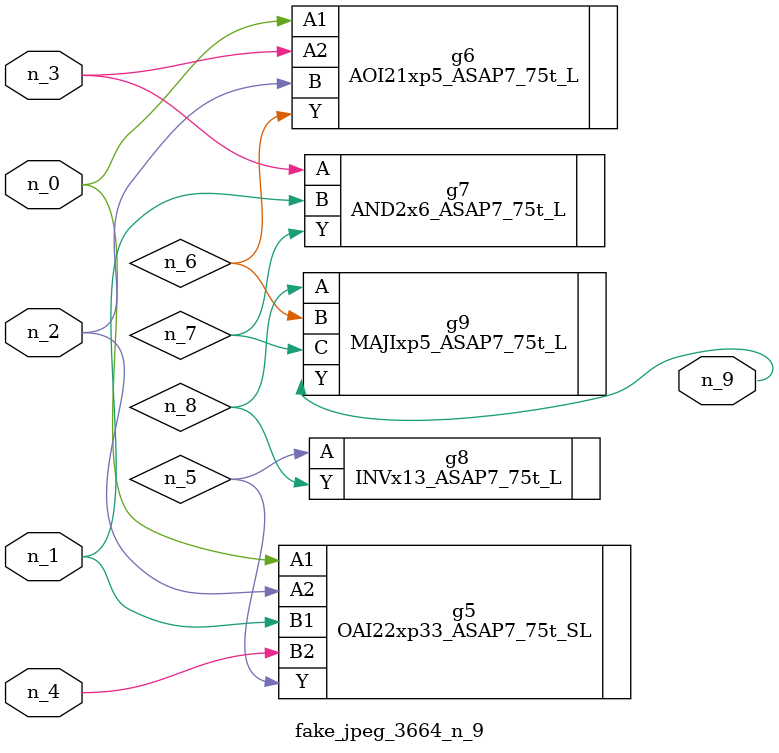
<source format=v>
module fake_jpeg_3664_n_9 (n_3, n_2, n_1, n_0, n_4, n_9);

input n_3;
input n_2;
input n_1;
input n_0;
input n_4;

output n_9;

wire n_8;
wire n_6;
wire n_5;
wire n_7;

OAI22xp33_ASAP7_75t_SL g5 ( 
.A1(n_0),
.A2(n_2),
.B1(n_1),
.B2(n_4),
.Y(n_5)
);

AOI21xp5_ASAP7_75t_L g6 ( 
.A1(n_0),
.A2(n_3),
.B(n_2),
.Y(n_6)
);

AND2x6_ASAP7_75t_L g7 ( 
.A(n_3),
.B(n_1),
.Y(n_7)
);

INVx13_ASAP7_75t_L g8 ( 
.A(n_5),
.Y(n_8)
);

MAJIxp5_ASAP7_75t_L g9 ( 
.A(n_8),
.B(n_6),
.C(n_7),
.Y(n_9)
);


endmodule
</source>
